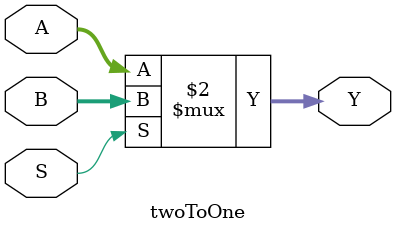
<source format=v>
module twoToOne #(parameter N=4)
(
	input [N-1:0] A, B,
	input S,
	output [N-1:0] Y
);
	assign Y = S==0 ? A : B;
endmodule

</source>
